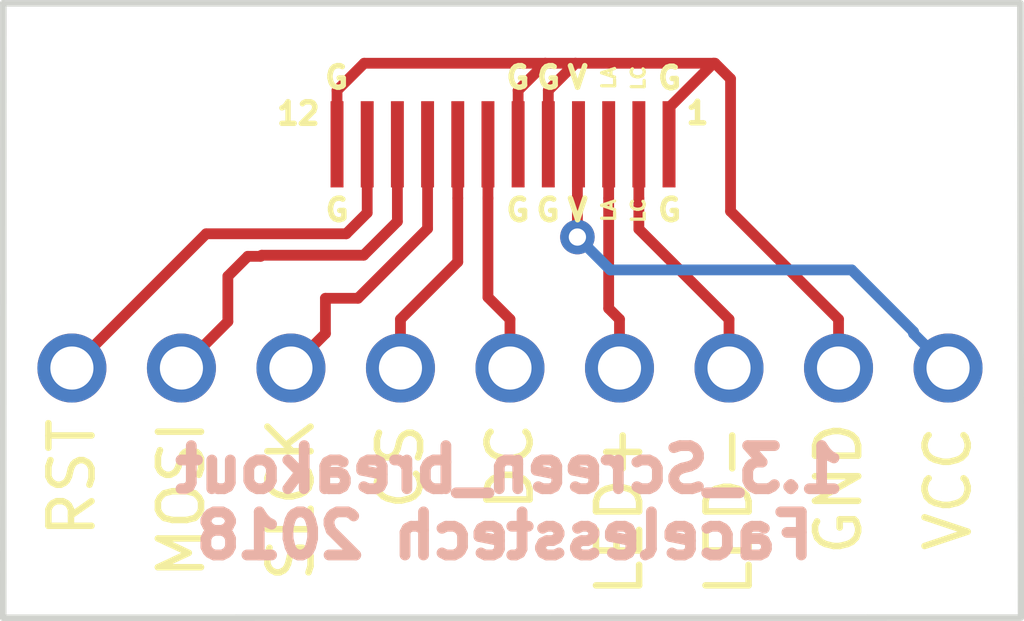
<source format=kicad_pcb>
(kicad_pcb (version 20171130) (host pcbnew 5.0.0+dfsg1-2~bpo9+1)

  (general
    (thickness 1.6)
    (drawings 7)
    (tracks 57)
    (zones 0)
    (modules 2)
    (nets 10)
  )

  (page A4)
  (layers
    (0 F.Cu signal)
    (31 B.Cu signal)
    (32 B.Adhes user)
    (33 F.Adhes user)
    (34 B.Paste user)
    (35 F.Paste user)
    (36 B.SilkS user)
    (37 F.SilkS user)
    (38 B.Mask user)
    (39 F.Mask user)
    (40 Dwgs.User user)
    (41 Cmts.User user)
    (42 Eco1.User user)
    (43 Eco2.User user)
    (44 Edge.Cuts user)
    (45 Margin user)
    (46 B.CrtYd user)
    (47 F.CrtYd user)
    (48 B.Fab user)
    (49 F.Fab user)
  )

  (setup
    (last_trace_width 0.25)
    (trace_clearance 0.2)
    (zone_clearance 0.508)
    (zone_45_only no)
    (trace_min 0.2)
    (segment_width 0.2)
    (edge_width 0.15)
    (via_size 0.8)
    (via_drill 0.4)
    (via_min_size 0.4)
    (via_min_drill 0.3)
    (uvia_size 0.3)
    (uvia_drill 0.1)
    (uvias_allowed no)
    (uvia_min_size 0.2)
    (uvia_min_drill 0.1)
    (pcb_text_width 0.3)
    (pcb_text_size 1.5 1.5)
    (mod_edge_width 0.15)
    (mod_text_size 1 1)
    (mod_text_width 0.15)
    (pad_size 1.524 1.524)
    (pad_drill 0.762)
    (pad_to_mask_clearance 0.2)
    (aux_axis_origin 0 0)
    (visible_elements FFFFFF7F)
    (pcbplotparams
      (layerselection 0x010f0_ffffffff)
      (usegerberextensions false)
      (usegerberattributes false)
      (usegerberadvancedattributes false)
      (creategerberjobfile false)
      (excludeedgelayer true)
      (linewidth 0.100000)
      (plotframeref false)
      (viasonmask false)
      (mode 1)
      (useauxorigin false)
      (hpglpennumber 1)
      (hpglpenspeed 20)
      (hpglpendiameter 15.000000)
      (psnegative false)
      (psa4output false)
      (plotreference true)
      (plotvalue true)
      (plotinvisibletext false)
      (padsonsilk false)
      (subtractmaskfromsilk false)
      (outputformat 1)
      (mirror false)
      (drillshape 0)
      (scaleselection 1)
      (outputdirectory "gerbers/"))
  )

  (net 0 "")
  (net 1 "Net-(U1-Pad1)")
  (net 2 "Net-(U1-Pad2)")
  (net 3 "Net-(U1-Pad3)")
  (net 4 "Net-(U1-Pad4)")
  (net 5 "Net-(U1-Pad7)")
  (net 6 "Net-(U1-Pad8)")
  (net 7 "Net-(U1-Pad9)")
  (net 8 "Net-(U1-Pad10)")
  (net 9 "Net-(U1-Pad11)")

  (net_class Default "This is the default net class."
    (clearance 0.2)
    (trace_width 0.25)
    (via_dia 0.8)
    (via_drill 0.4)
    (uvia_dia 0.3)
    (uvia_drill 0.1)
    (add_net "Net-(U1-Pad1)")
    (add_net "Net-(U1-Pad10)")
    (add_net "Net-(U1-Pad11)")
    (add_net "Net-(U1-Pad2)")
    (add_net "Net-(U1-Pad3)")
    (add_net "Net-(U1-Pad4)")
    (add_net "Net-(U1-Pad7)")
    (add_net "Net-(U1-Pad8)")
    (add_net "Net-(U1-Pad9)")
  )

  (module screens:1.3_screen_ribbon_breakout (layer F.Cu) (tedit 5BD84317) (tstamp 5BE485C6)
    (at 156.77214 108.11002 180)
    (path /5BD83DCA)
    (fp_text reference U1 (at -0.0635 -7.0485 180) (layer F.SilkS) hide
      (effects (font (size 1 1) (thickness 0.15)))
    )
    (fp_text value 1.3_screen_ribbon (at 0.0127 -3.5179 180) (layer F.Fab) hide
      (effects (font (size 1 1) (thickness 0.15)))
    )
    (fp_text user 1 (at -4.1656 -0.2921 180) (layer F.SilkS)
      (effects (font (size 0.5 0.5) (thickness 0.125)))
    )
    (fp_text user 12 (at 5.0927 -0.3048 180) (layer F.SilkS)
      (effects (font (size 0.5 0.5) (thickness 0.125)))
    )
    (fp_text user G (at -3.5179 0.5207 180) (layer F.SilkS)
      (effects (font (size 0.5 0.5) (thickness 0.125)))
    )
    (fp_text user G (at -0.7112 0.5334 180) (layer F.SilkS)
      (effects (font (size 0.5 0.5) (thickness 0.125)))
    )
    (fp_text user G (at 0 0.5334 180) (layer F.SilkS)
      (effects (font (size 0.5 0.5) (thickness 0.125)))
    )
    (fp_text user G (at 4.2037 0.5334 180) (layer F.SilkS)
      (effects (font (size 0.5 0.5) (thickness 0.125)))
    )
    (fp_text user G (at -3.5179 -2.54 180) (layer F.SilkS)
      (effects (font (size 0.5 0.5) (thickness 0.125)))
    )
    (fp_text user G (at -0.6985 -2.54 180) (layer F.SilkS)
      (effects (font (size 0.5 0.5) (thickness 0.125)))
    )
    (fp_text user G (at 0 -2.54 180) (layer F.SilkS)
      (effects (font (size 0.5 0.5) (thickness 0.125)))
    )
    (fp_text user G (at 4.191 -2.54 180) (layer F.SilkS)
      (effects (font (size 0.5 0.5) (thickness 0.125)))
    )
    (fp_text user V (at -1.3843 -2.54 180) (layer F.SilkS)
      (effects (font (size 0.5 0.5) (thickness 0.125)))
    )
    (fp_text user V (at -1.3843 0.5334 180) (layer F.SilkS)
      (effects (font (size 0.5 0.5) (thickness 0.125)))
    )
    (fp_text user LC (at -2.794 0.5207 270) (layer F.SilkS)
      (effects (font (size 0.3 0.3) (thickness 0.075)))
    )
    (fp_text user LC (at -2.794 -2.5527 270) (layer F.SilkS)
      (effects (font (size 0.3 0.3) (thickness 0.075)))
    )
    (fp_text user LA (at -2.1082 -2.5527 270) (layer F.SilkS)
      (effects (font (size 0.3 0.3) (thickness 0.075)))
    )
    (fp_text user LA (at -2.1082 0.5207 270) (layer F.SilkS)
      (effects (font (size 0.3 0.3) (thickness 0.075)))
    )
    (pad 1 smd rect (at -3.5052 -1.016 180) (size 0.3 2) (layers F.Cu F.Paste F.Mask)
      (net 1 "Net-(U1-Pad1)"))
    (pad 2 smd rect (at -2.8052 -1.016 180) (size 0.3 2) (layers F.Cu F.Paste F.Mask)
      (net 2 "Net-(U1-Pad2)"))
    (pad 3 smd rect (at -2.1052 -1.016 180) (size 0.3 2) (layers F.Cu F.Paste F.Mask)
      (net 3 "Net-(U1-Pad3)"))
    (pad 4 smd rect (at -1.4052 -1.016 180) (size 0.3 2) (layers F.Cu F.Paste F.Mask)
      (net 4 "Net-(U1-Pad4)"))
    (pad 5 smd rect (at -0.7052 -1.016 180) (size 0.3 2) (layers F.Cu F.Paste F.Mask)
      (net 1 "Net-(U1-Pad1)"))
    (pad 6 smd rect (at -0.0052 -1.016 180) (size 0.3 2) (layers F.Cu F.Paste F.Mask)
      (net 1 "Net-(U1-Pad1)"))
    (pad 7 smd rect (at 0.6948 -1.016 180) (size 0.3 2) (layers F.Cu F.Paste F.Mask)
      (net 5 "Net-(U1-Pad7)"))
    (pad 8 smd rect (at 1.3948 -1.016 180) (size 0.3 2) (layers F.Cu F.Paste F.Mask)
      (net 6 "Net-(U1-Pad8)"))
    (pad 9 smd rect (at 2.0948 -1.016 180) (size 0.3 2) (layers F.Cu F.Paste F.Mask)
      (net 7 "Net-(U1-Pad9)"))
    (pad 10 smd rect (at 2.7948 -1.016 180) (size 0.3 2) (layers F.Cu F.Paste F.Mask)
      (net 8 "Net-(U1-Pad10)"))
    (pad 11 smd rect (at 3.4948 -1.016 180) (size 0.3 2) (layers F.Cu F.Paste F.Mask)
      (net 9 "Net-(U1-Pad11)"))
    (pad 12 smd rect (at 4.1948 -1.016 180) (size 0.3 2) (layers F.Cu F.Paste F.Mask)
      (net 1 "Net-(U1-Pad1)"))
  )

  (module screens:1.3_screen_breakout (layer F.Cu) (tedit 5BD8431C) (tstamp 5BF01EE6)
    (at 156.58846 114.31524 180)
    (path /5BD83FE3)
    (fp_text reference U2 (at 0 -5.842 180) (layer F.SilkS) hide
      (effects (font (size 1 1) (thickness 0.15)))
    )
    (fp_text value 1.3_screen_breakout (at -0.26924 -3.15468 180) (layer B.Fab) hide
      (effects (font (size 1 1) (thickness 0.15)) (justify mirror))
    )
    (fp_text user VCC (at -10.16 -2.794 270) (layer F.SilkS)
      (effects (font (size 1 1) (thickness 0.15)))
    )
    (fp_text user GND (at -7.62 -2.794 270) (layer F.SilkS)
      (effects (font (size 1 1) (thickness 0.15)))
    )
    (fp_text user LED- (at -5.08 -3.302 270) (layer F.SilkS)
      (effects (font (size 1 1) (thickness 0.15)))
    )
    (fp_text user LED+ (at -2.54 -3.302 270) (layer F.SilkS)
      (effects (font (size 1 1) (thickness 0.15)))
    )
    (fp_text user DC (at 0 -2.286 270) (layer F.SilkS)
      (effects (font (size 1 1) (thickness 0.15)))
    )
    (fp_text user CS (at 2.54 -2.286 270) (layer F.SilkS)
      (effects (font (size 1 1) (thickness 0.15)))
    )
    (fp_text user SLCK (at 5.08 -3.048 270) (layer F.SilkS)
      (effects (font (size 1 1) (thickness 0.15)))
    )
    (fp_text user MOSI (at 7.62 -3.048 270) (layer F.SilkS)
      (effects (font (size 1 1) (thickness 0.15)))
    )
    (fp_text user RST (at 10.16 -2.54 270) (layer F.SilkS)
      (effects (font (size 1 1) (thickness 0.15)))
    )
    (pad 5 thru_hole circle (at 0 0 180) (size 1.6 1.6) (drill 1) (layers *.Cu *.Mask)
      (net 5 "Net-(U1-Pad7)"))
    (pad 6 thru_hole circle (at 2.54 0 180) (size 1.6 1.6) (drill 1) (layers *.Cu *.Mask)
      (net 6 "Net-(U1-Pad8)"))
    (pad 7 thru_hole circle (at 5.08 0 180) (size 1.6 1.6) (drill 1) (layers *.Cu *.Mask)
      (net 7 "Net-(U1-Pad9)"))
    (pad 8 thru_hole circle (at 7.62 0 180) (size 1.6 1.6) (drill 1) (layers *.Cu *.Mask)
      (net 8 "Net-(U1-Pad10)"))
    (pad 9 thru_hole circle (at 10.16 0 180) (size 1.6 1.6) (drill 1) (layers *.Cu *.Mask)
      (net 9 "Net-(U1-Pad11)"))
    (pad 4 thru_hole circle (at -2.54 0 180) (size 1.6 1.6) (drill 1) (layers *.Cu *.Mask)
      (net 3 "Net-(U1-Pad3)"))
    (pad 3 thru_hole circle (at -5.08 0 180) (size 1.6 1.6) (drill 1) (layers *.Cu *.Mask)
      (net 2 "Net-(U1-Pad2)"))
    (pad 2 thru_hole circle (at -7.62 0 180) (size 1.6 1.6) (drill 1) (layers *.Cu *.Mask)
      (net 1 "Net-(U1-Pad1)"))
    (pad 1 thru_hole circle (at -10.16 0 180) (size 1.6 1.6) (drill 1) (layers *.Cu *.Mask)
      (net 4 "Net-(U1-Pad4)"))
  )

  (gr_text "Facelesstech 2018" (at 156.464 118.20144) (layer B.SilkS)
    (effects (font (size 1 1) (thickness 0.25)) (justify mirror))
  )
  (gr_text 1.3_Screen_breakout (at 156.5783 116.66474) (layer B.SilkS)
    (effects (font (size 1 1) (thickness 0.25)) (justify mirror))
  )
  (gr_line (start 144.83588 120.10644) (end 168.43502 120.1039) (layer Edge.Cuts) (width 0.15))
  (gr_line (start 144.83842 105.8545) (end 144.83588 120.10644) (layer Edge.Cuts) (width 0.15))
  (gr_line (start 144.83842 105.85704) (end 144.83842 105.8545) (layer Edge.Cuts) (width 0.15))
  (gr_line (start 168.42486 105.85704) (end 144.83842 105.85704) (layer Edge.Cuts) (width 0.15))
  (gr_line (start 168.4401 120.0658) (end 168.42486 105.85704) (layer Edge.Cuts) (width 0.15))

  (segment (start 164.20846 113.18387) (end 161.70402 110.67943) (width 0.25) (layer F.Cu) (net 1))
  (segment (start 164.20846 114.31524) (end 164.20846 113.18387) (width 0.25) (layer F.Cu) (net 1))
  (segment (start 161.70402 110.67943) (end 161.70402 107.6071) (width 0.25) (layer F.Cu) (net 1))
  (segment (start 161.70402 107.6071) (end 161.34334 107.24642) (width 0.25) (layer F.Cu) (net 1))
  (segment (start 160.27734 108.27602) (end 160.27734 109.12602) (width 0.25) (layer F.Cu) (net 1))
  (segment (start 161.30694 107.24642) (end 160.27734 108.27602) (width 0.25) (layer F.Cu) (net 1))
  (segment (start 161.34334 107.24642) (end 161.30694 107.24642) (width 0.25) (layer F.Cu) (net 1))
  (segment (start 157.47734 107.87602) (end 157.47734 109.12602) (width 0.25) (layer F.Cu) (net 1))
  (segment (start 158.10694 107.24642) (end 157.47734 107.87602) (width 0.25) (layer F.Cu) (net 1))
  (segment (start 161.30694 107.24642) (end 158.10694 107.24642) (width 0.25) (layer F.Cu) (net 1))
  (segment (start 157.40694 107.24642) (end 158.10694 107.24642) (width 0.25) (layer F.Cu) (net 1))
  (segment (start 156.77734 107.87602) (end 157.40694 107.24642) (width 0.25) (layer F.Cu) (net 1))
  (segment (start 156.77734 109.12602) (end 156.77734 107.87602) (width 0.25) (layer F.Cu) (net 1))
  (segment (start 153.20694 107.24642) (end 157.40694 107.24642) (width 0.25) (layer F.Cu) (net 1))
  (segment (start 152.57734 107.87602) (end 153.20694 107.24642) (width 0.25) (layer F.Cu) (net 1))
  (segment (start 152.57734 109.12602) (end 152.57734 107.87602) (width 0.25) (layer F.Cu) (net 1))
  (segment (start 159.57734 110.37602) (end 159.57734 109.12602) (width 0.25) (layer F.Cu) (net 2))
  (segment (start 159.57734 111.09275) (end 159.57734 110.37602) (width 0.25) (layer F.Cu) (net 2))
  (segment (start 161.66846 113.18387) (end 159.57734 111.09275) (width 0.25) (layer F.Cu) (net 2))
  (segment (start 161.66846 114.31524) (end 161.66846 113.18387) (width 0.25) (layer F.Cu) (net 2))
  (segment (start 158.87734 112.93275) (end 158.87734 110.37602) (width 0.25) (layer F.Cu) (net 3))
  (segment (start 158.87734 110.37602) (end 158.87734 109.12602) (width 0.25) (layer F.Cu) (net 3))
  (segment (start 159.12846 113.18387) (end 158.87734 112.93275) (width 0.25) (layer F.Cu) (net 3))
  (segment (start 159.12846 114.31524) (end 159.12846 113.18387) (width 0.25) (layer F.Cu) (net 3))
  (segment (start 165.948461 113.515241) (end 165.948461 113.474601) (width 0.25) (layer B.Cu) (net 4))
  (segment (start 166.74846 114.31524) (end 165.948461 113.515241) (width 0.25) (layer B.Cu) (net 4))
  (segment (start 165.948461 113.474601) (end 164.51326 112.0394) (width 0.25) (layer B.Cu) (net 4))
  (via (at 158.15234 111.2774) (size 0.8) (drill 0.4) (layers F.Cu B.Cu) (net 4))
  (segment (start 158.91434 112.0394) (end 158.15234 111.2774) (width 0.25) (layer B.Cu) (net 4))
  (segment (start 164.51326 112.0394) (end 158.91434 112.0394) (width 0.25) (layer B.Cu) (net 4))
  (segment (start 158.15234 109.15102) (end 158.17734 109.12602) (width 0.25) (layer F.Cu) (net 4))
  (segment (start 158.15234 111.2774) (end 158.15234 109.15102) (width 0.25) (layer F.Cu) (net 4))
  (segment (start 156.07734 110.37602) (end 156.07734 109.12602) (width 0.25) (layer F.Cu) (net 5))
  (segment (start 156.07734 112.67275) (end 156.07734 110.37602) (width 0.25) (layer F.Cu) (net 5))
  (segment (start 156.58846 113.18387) (end 156.07734 112.67275) (width 0.25) (layer F.Cu) (net 5))
  (segment (start 156.58846 114.31524) (end 156.58846 113.18387) (width 0.25) (layer F.Cu) (net 5))
  (segment (start 155.37734 111.85499) (end 155.37734 110.37602) (width 0.25) (layer F.Cu) (net 6))
  (segment (start 155.37734 110.37602) (end 155.37734 109.12602) (width 0.25) (layer F.Cu) (net 6))
  (segment (start 154.04846 113.18387) (end 155.37734 111.85499) (width 0.25) (layer F.Cu) (net 6))
  (segment (start 154.04846 114.31524) (end 154.04846 113.18387) (width 0.25) (layer F.Cu) (net 6))
  (segment (start 152.308459 113.515241) (end 152.308459 112.697361) (width 0.25) (layer F.Cu) (net 7))
  (segment (start 151.50846 114.31524) (end 152.308459 113.515241) (width 0.25) (layer F.Cu) (net 7))
  (segment (start 152.308459 112.697361) (end 153.062839 112.697361) (width 0.25) (layer F.Cu) (net 7))
  (segment (start 154.67734 111.08286) (end 154.67734 109.12602) (width 0.25) (layer F.Cu) (net 7))
  (segment (start 153.062839 112.697361) (end 154.67734 111.08286) (width 0.25) (layer F.Cu) (net 7))
  (segment (start 148.96846 114.31524) (end 150.04542 113.23828) (width 0.25) (layer F.Cu) (net 8))
  (segment (start 150.04542 112.18672) (end 150.5077 111.72444) (width 0.25) (layer F.Cu) (net 8))
  (segment (start 150.04542 113.23828) (end 150.04542 112.18672) (width 0.25) (layer F.Cu) (net 8))
  (segment (start 150.80488 111.72444) (end 150.83028 111.69904) (width 0.25) (layer F.Cu) (net 8))
  (segment (start 150.5077 111.72444) (end 150.80488 111.72444) (width 0.25) (layer F.Cu) (net 8))
  (segment (start 150.83028 111.69904) (end 153.19502 111.69904) (width 0.25) (layer F.Cu) (net 8))
  (segment (start 153.97734 110.91672) (end 153.97734 109.12602) (width 0.25) (layer F.Cu) (net 8))
  (segment (start 153.19502 111.69904) (end 153.97734 110.91672) (width 0.25) (layer F.Cu) (net 8))
  (segment (start 146.42846 114.31524) (end 149.5425 111.2012) (width 0.25) (layer F.Cu) (net 9))
  (segment (start 149.5425 111.2012) (end 152.79116 111.2012) (width 0.25) (layer F.Cu) (net 9))
  (segment (start 153.27734 110.71502) (end 153.27734 109.12602) (width 0.25) (layer F.Cu) (net 9))
  (segment (start 152.79116 111.2012) (end 153.27734 110.71502) (width 0.25) (layer F.Cu) (net 9))

)

</source>
